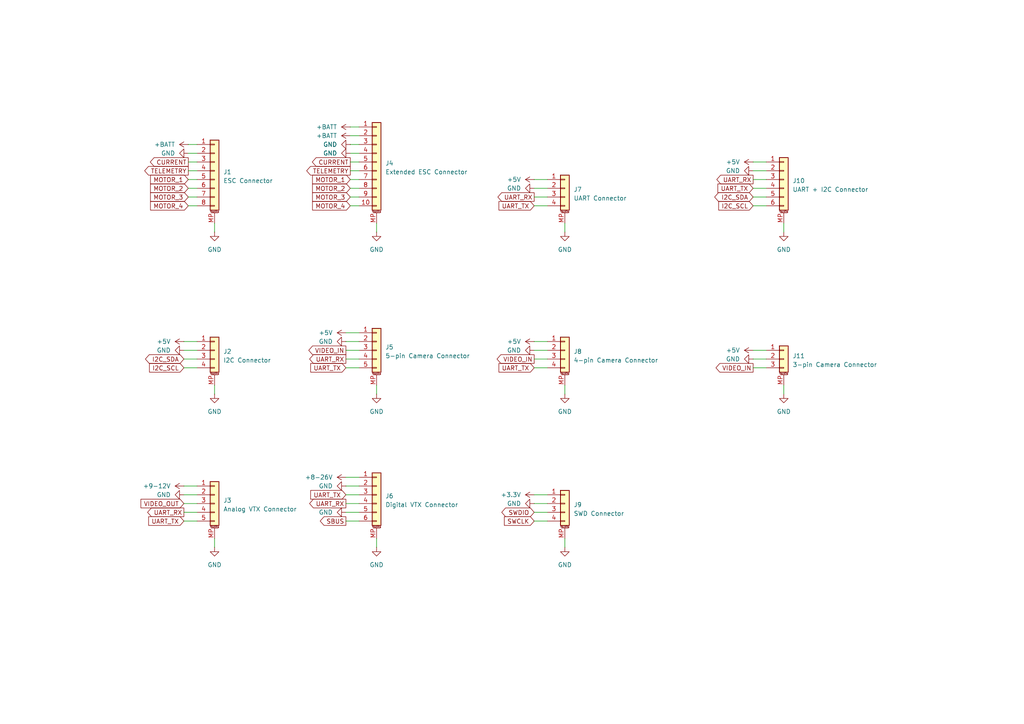
<source format=kicad_sch>
(kicad_sch (version 20250114) (generator "eeschema") (generator_version "9.0")
  (paper "A4")
  (title_block (title "Betaflight Connector Standard Reference") (date "2025-05-08") (rev "1") (company "Betaflight"))
  (lib_symbols
    (symbol "Connector_Generic_MountingPin:Conn_01x03_MountingPin" (pin_names (offset 1.016) (hide yes))
      (property "Reference" "J" (at 0 5.08 0))
      (property "Value" "Conn_01x03_MountingPin" (at 1.27 -5.08 0))
      (symbol "Conn_01x03_MountingPin_1_1"
        (rectangle (start -1.27 3.81) (end 1.27 -3.81) (stroke (width 0.254)) (fill (type background)))
        (rectangle (start -1.27 2.667) (end 0 2.413) (stroke (width 0.1524)))
        (rectangle (start -1.27 0.127) (end 0 -0.127) (stroke (width 0.1524)))
        (rectangle (start -1.27 -2.413) (end 0 -2.667) (stroke (width 0.1524)))
        (polyline (pts (xy -1.016 -4.572) (xy 1.016 -4.572)) (stroke (width 0.1524)))
        (text "Mounting" (at 0 -4.191 0) (effects (font (size 0.381 0.381))))
        (pin passive line (at -5.08 2.54 0) (length 3.81) (name "Pin_1") (number "1"))
        (pin passive line (at -5.08 0 0) (length 3.81) (name "Pin_2") (number "2"))
        (pin passive line (at -5.08 -2.54 0) (length 3.81) (name "Pin_3") (number "3"))
        (pin passive line (at 0 -7.62 90) (length 3.048) (name "MountPin") (number "MP"))
      )
    )
    (symbol "Connector_Generic_MountingPin:Conn_01x04_MountingPin" (pin_names (offset 1.016) (hide yes))
      (property "Reference" "J" (at 0 5.08 0))
      (property "Value" "Conn_01x04_MountingPin" (at 1.27 -7.62 0))
      (symbol "Conn_01x04_MountingPin_1_1"
        (rectangle (start -1.27 3.81) (end 1.27 -6.35) (stroke (width 0.254)) (fill (type background)))
        (rectangle (start -1.27 2.667) (end 0 2.413) (stroke (width 0.1524)))
        (rectangle (start -1.27 0.127) (end 0 -0.127) (stroke (width 0.1524)))
        (rectangle (start -1.27 -2.413) (end 0 -2.667) (stroke (width 0.1524)))
        (rectangle (start -1.27 -4.953) (end 0 -5.207) (stroke (width 0.1524)))
        (polyline (pts (xy -1.016 -7.112) (xy 1.016 -7.112)) (stroke (width 0.1524)))
        (text "Mounting" (at 0 -6.731 0) (effects (font (size 0.381 0.381))))
        (pin passive line (at -5.08 2.54 0) (length 3.81) (name "Pin_1") (number "1"))
        (pin passive line (at -5.08 0 0) (length 3.81) (name "Pin_2") (number "2"))
        (pin passive line (at -5.08 -2.54 0) (length 3.81) (name "Pin_3") (number "3"))
        (pin passive line (at -5.08 -5.08 0) (length 3.81) (name "Pin_4") (number "4"))
        (pin passive line (at 0 -10.16 90) (length 3.048) (name "MountPin") (number "MP"))
      )
    )
    (symbol "Connector_Generic_MountingPin:Conn_01x05_MountingPin" (pin_names (offset 1.016) (hide yes))
      (property "Reference" "J" (at 0 7.62 0))
      (property "Value" "Conn_01x05_MountingPin" (at 1.27 -7.62 0))
      (symbol "Conn_01x05_MountingPin_1_1"
        (rectangle (start -1.27 6.35) (end 1.27 -6.35) (stroke (width 0.254)) (fill (type background)))
        (rectangle (start -1.27 5.207) (end 0 4.953) (stroke (width 0.1524)))
        (rectangle (start -1.27 2.667) (end 0 2.413) (stroke (width 0.1524)))
        (rectangle (start -1.27 0.127) (end 0 -0.127) (stroke (width 0.1524)))
        (rectangle (start -1.27 -2.413) (end 0 -2.667) (stroke (width 0.1524)))
        (rectangle (start -1.27 -4.953) (end 0 -5.207) (stroke (width 0.1524)))
        (polyline (pts (xy -1.016 -7.112) (xy 1.016 -7.112)) (stroke (width 0.1524)))
        (text "Mounting" (at 0 -6.731 0) (effects (font (size 0.381 0.381))))
        (pin passive line (at -5.08 5.08 0) (length 3.81) (name "Pin_1") (number "1"))
        (pin passive line (at -5.08 2.54 0) (length 3.81) (name "Pin_2") (number "2"))
        (pin passive line (at -5.08 0 0) (length 3.81) (name "Pin_3") (number "3"))
        (pin passive line (at -5.08 -2.54 0) (length 3.81) (name "Pin_4") (number "4"))
        (pin passive line (at -5.08 -5.08 0) (length 3.81) (name "Pin_5") (number "5"))
        (pin passive line (at 0 -10.16 90) (length 3.048) (name "MountPin") (number "MP"))
      )
    )
    (symbol "Connector_Generic_MountingPin:Conn_01x06_MountingPin" (pin_names (offset 1.016) (hide yes))
      (property "Reference" "J" (at 0 7.62 0))
      (property "Value" "Conn_01x06_MountingPin" (at 1.27 -10.16 0))
      (symbol "Conn_01x06_MountingPin_1_1"
        (rectangle (start -1.27 6.35) (end 1.27 -8.89) (stroke (width 0.254)) (fill (type background)))
        (rectangle (start -1.27 5.207) (end 0 4.953) (stroke (width 0.1524)))
        (rectangle (start -1.27 2.667) (end 0 2.413) (stroke (width 0.1524)))
        (rectangle (start -1.27 0.127) (end 0 -0.127) (stroke (width 0.1524)))
        (rectangle (start -1.27 -2.413) (end 0 -2.667) (stroke (width 0.1524)))
        (rectangle (start -1.27 -4.953) (end 0 -5.207) (stroke (width 0.1524)))
        (rectangle (start -1.27 -7.493) (end 0 -7.747) (stroke (width 0.1524)))
        (polyline (pts (xy -1.016 -9.652) (xy 1.016 -9.652)) (stroke (width 0.1524)))
        (text "Mounting" (at 0 -9.271 0) (effects (font (size 0.381 0.381))))
        (pin passive line (at -5.08 5.08 0) (length 3.81) (name "Pin_1") (number "1"))
        (pin passive line (at -5.08 2.54 0) (length 3.81) (name "Pin_2") (number "2"))
        (pin passive line (at -5.08 0 0) (length 3.81) (name "Pin_3") (number "3"))
        (pin passive line (at -5.08 -2.54 0) (length 3.81) (name "Pin_4") (number "4"))
        (pin passive line (at -5.08 -5.08 0) (length 3.81) (name "Pin_5") (number "5"))
        (pin passive line (at -5.08 -7.62 0) (length 3.81) (name "Pin_6") (number "6"))
        (pin passive line (at 0 -12.7 90) (length 3.048) (name "MountPin") (number "MP"))
      )
    )
    (symbol "Connector_Generic_MountingPin:Conn_01x08_MountingPin" (pin_names (offset 1.016) (hide yes))
      (property "Reference" "J" (at 0 10.16 0))
      (property "Value" "Conn_01x08_MountingPin" (at 1.27 -12.7 0))
      (symbol "Conn_01x08_MountingPin_1_1"
        (rectangle (start -1.27 8.89) (end 1.27 -11.43) (stroke (width 0.254)) (fill (type background)))
        (rectangle (start -1.27 7.747) (end 0 7.493) (stroke (width 0.1524)))
        (rectangle (start -1.27 5.207) (end 0 4.953) (stroke (width 0.1524)))
        (rectangle (start -1.27 2.667) (end 0 2.413) (stroke (width 0.1524)))
        (rectangle (start -1.27 0.127) (end 0 -0.127) (stroke (width 0.1524)))
        (rectangle (start -1.27 -2.413) (end 0 -2.667) (stroke (width 0.1524)))
        (rectangle (start -1.27 -4.953) (end 0 -5.207) (stroke (width 0.1524)))
        (rectangle (start -1.27 -7.493) (end 0 -7.747) (stroke (width 0.1524)))
        (rectangle (start -1.27 -10.033) (end 0 -10.287) (stroke (width 0.1524)))
        (polyline (pts (xy -1.016 -12.192) (xy 1.016 -12.192)) (stroke (width 0.1524)))
        (text "Mounting" (at 0 -11.811 0) (effects (font (size 0.381 0.381))))
        (pin passive line (at -5.08 7.62 0) (length 3.81) (name "Pin_1") (number "1"))
        (pin passive line (at -5.08 5.08 0) (length 3.81) (name "Pin_2") (number "2"))
        (pin passive line (at -5.08 2.54 0) (length 3.81) (name "Pin_3") (number "3"))
        (pin passive line (at -5.08 0 0) (length 3.81) (name "Pin_4") (number "4"))
        (pin passive line (at -5.08 -2.54 0) (length 3.81) (name "Pin_5") (number "5"))
        (pin passive line (at -5.08 -5.08 0) (length 3.81) (name "Pin_6") (number "6"))
        (pin passive line (at -5.08 -7.62 0) (length 3.81) (name "Pin_7") (number "7"))
        (pin passive line (at -5.08 -10.16 0) (length 3.81) (name "Pin_8") (number "8"))
        (pin passive line (at 0 -15.24 90) (length 3.048) (name "MountPin") (number "MP"))
      )
    )
    (symbol "Connector_Generic_MountingPin:Conn_01x10_MountingPin" (pin_names (offset 1.016) (hide yes))
      (property "Reference" "J" (at 0 12.7 0))
      (property "Value" "Conn_01x10_MountingPin" (at 1.27 -15.24 0))
      (symbol "Conn_01x10_MountingPin_1_1"
        (rectangle (start -1.27 11.43) (end 1.27 -13.97) (stroke (width 0.254)) (fill (type background)))
        (rectangle (start -1.27 10.287) (end 0 10.033) (stroke (width 0.1524)))
        (rectangle (start -1.27 7.747) (end 0 7.493) (stroke (width 0.1524)))
        (rectangle (start -1.27 5.207) (end 0 4.953) (stroke (width 0.1524)))
        (rectangle (start -1.27 2.667) (end 0 2.413) (stroke (width 0.1524)))
        (rectangle (start -1.27 0.127) (end 0 -0.127) (stroke (width 0.1524)))
        (rectangle (start -1.27 -2.413) (end 0 -2.667) (stroke (width 0.1524)))
        (rectangle (start -1.27 -4.953) (end 0 -5.207) (stroke (width 0.1524)))
        (rectangle (start -1.27 -7.493) (end 0 -7.747) (stroke (width 0.1524)))
        (rectangle (start -1.27 -10.033) (end 0 -10.287) (stroke (width 0.1524)))
        (rectangle (start -1.27 -12.573) (end 0 -12.827) (stroke (width 0.1524)))
        (polyline (pts (xy -1.016 -14.732) (xy 1.016 -14.732)) (stroke (width 0.1524)))
        (text "Mounting" (at 0 -14.351 0) (effects (font (size 0.381 0.381))))
        (pin passive line (at -5.08 10.16 0) (length 3.81) (name "Pin_1") (number "1"))
        (pin passive line (at -5.08 7.62 0) (length 3.81) (name "Pin_2") (number "2"))
        (pin passive line (at -5.08 5.08 0) (length 3.81) (name "Pin_3") (number "3"))
        (pin passive line (at -5.08 2.54 0) (length 3.81) (name "Pin_4") (number "4"))
        (pin passive line (at -5.08 0 0) (length 3.81) (name "Pin_5") (number "5"))
        (pin passive line (at -5.08 -2.54 0) (length 3.81) (name "Pin_6") (number "6"))
        (pin passive line (at -5.08 -5.08 0) (length 3.81) (name "Pin_7") (number "7"))
        (pin passive line (at -5.08 -7.62 0) (length 3.81) (name "Pin_8") (number "8"))
        (pin passive line (at -5.08 -10.16 0) (length 3.81) (name "Pin_9") (number "9"))
        (pin passive line (at -5.08 -12.7 0) (length 3.81) (name "Pin_10") (number "10"))
        (pin passive line (at 0 -17.78 90) (length 3.048) (name "MountPin") (number "MP"))
      )
    )
    (symbol "power:+5V" (power) (pin_numbers (hide yes)) (pin_names (offset 0) (hide yes))
      (property "Value" "+5V" (at 0 3.556 0))
      (symbol "+5V_0_1"
        (polyline (pts (xy -0.762 1.27) (xy 0 2.54)))
        (polyline (pts (xy 0 2.54) (xy 0.762 1.27)))
        (polyline (pts (xy 0 0) (xy 0 2.54)))
      )
      (symbol "+5V_1_1"
        (pin power_in line (at 0 0 90) (length 0) (name "~") (number "1"))
      )
    )
    (symbol "power:+BATT" (power) (pin_numbers (hide yes)) (pin_names (offset 0) (hide yes))
      (property "Value" "+BATT" (at 0 3.556 0))
      (symbol "+BATT_0_1"
        (polyline (pts (xy -0.762 1.27) (xy 0 2.54)))
        (polyline (pts (xy 0 2.54) (xy 0.762 1.27)))
        (polyline (pts (xy 0 0) (xy 0 2.54)))
      )
      (symbol "+BATT_1_1"
        (pin power_in line (at 0 0 90) (length 0) (name "~") (number "1"))
      )
    )
    (symbol "power:GND" (power) (pin_numbers (hide yes)) (pin_names (offset 0) (hide yes))
      (property "Value" "GND" (at 0 -3.81 0))
      (symbol "GND_0_1"
        (polyline (pts (xy 0 0) (xy 0 -1.27) (xy 1.27 -1.27) (xy 0 -2.54) (xy -1.27 -1.27) (xy 0 -1.27)))
      )
      (symbol "GND_1_1"
        (pin power_in line (at 0 0 270) (length 0) (name "~") (number "1"))
      )
    )
  )
  (wire (pts (xy 109.22 111.76) (xy 109.22 114.3)))
  (wire (pts (xy 53.34 146.05) (xy 57.15 146.05)))
  (wire (pts (xy 54.61 59.69) (xy 57.15 59.69)))
  (wire (pts (xy 101.6 39.37) (xy 104.14 39.37)))
  (wire (pts (xy 101.6 44.45) (xy 104.14 44.45)))
  (wire (pts (xy 54.61 44.45) (xy 57.15 44.45)))
  (wire (pts (xy 54.61 57.15) (xy 57.15 57.15)))
  (wire (pts (xy 154.94 106.68) (xy 158.75 106.68)))
  (wire (pts (xy 53.34 151.13) (xy 57.15 151.13)))
  (wire (pts (xy 54.61 49.53) (xy 57.15 49.53)))
  (wire (pts (xy 163.83 156.21) (xy 163.83 158.75)))
  (wire (pts (xy 101.6 54.61) (xy 104.14 54.61)))
  (wire (pts (xy 101.6 41.91) (xy 104.14 41.91)))
  (wire (pts (xy 54.61 52.07) (xy 57.15 52.07)))
  (wire (pts (xy 101.6 49.53) (xy 104.14 49.53)))
  (wire (pts (xy 218.44 57.15) (xy 222.25 57.15)))
  (wire (pts (xy 101.6 59.69) (xy 104.14 59.69)))
  (wire (pts (xy 54.61 41.91) (xy 57.15 41.91)))
  (wire (pts (xy 101.6 57.15) (xy 104.14 57.15)))
  (wire (pts (xy 154.94 52.07) (xy 158.75 52.07)))
  (wire (pts (xy 100.33 143.51) (xy 104.14 143.51)))
  (wire (pts (xy 100.33 146.05) (xy 104.14 146.05)))
  (wire (pts (xy 154.94 57.15) (xy 158.75 57.15)))
  (wire (pts (xy 101.6 52.07) (xy 104.14 52.07)))
  (wire (pts (xy 100.33 138.43) (xy 104.14 138.43)))
  (wire (pts (xy 163.83 64.77) (xy 163.83 67.31)))
  (wire (pts (xy 218.44 46.99) (xy 222.25 46.99)))
  (wire (pts (xy 218.44 49.53) (xy 222.25 49.53)))
  (wire (pts (xy 218.44 106.68) (xy 222.25 106.68)))
  (wire (pts (xy 154.94 101.6) (xy 158.75 101.6)))
  (wire (pts (xy 62.23 156.21) (xy 62.23 158.75)))
  (wire (pts (xy 53.34 140.97) (xy 57.15 140.97)))
  (wire (pts (xy 54.61 54.61) (xy 57.15 54.61)))
  (wire (pts (xy 218.44 101.6) (xy 222.25 101.6)))
  (wire (pts (xy 163.83 111.76) (xy 163.83 114.3)))
  (wire (pts (xy 100.33 140.97) (xy 104.14 140.97)))
  (wire (pts (xy 100.33 96.52) (xy 104.14 96.52)))
  (wire (pts (xy 100.33 151.13) (xy 104.14 151.13)))
  (wire (pts (xy 100.33 104.14) (xy 104.14 104.14)))
  (wire (pts (xy 101.6 46.99) (xy 104.14 46.99)))
  (wire (pts (xy 154.94 99.06) (xy 158.75 99.06)))
  (wire (pts (xy 218.44 59.69) (xy 222.25 59.69)))
  (wire (pts (xy 100.33 101.6) (xy 104.14 101.6)))
  (wire (pts (xy 53.34 101.6) (xy 57.15 101.6)))
  (wire (pts (xy 53.34 148.59) (xy 57.15 148.59)))
  (wire (pts (xy 53.34 104.14) (xy 57.15 104.14)))
  (wire (pts (xy 100.33 148.59) (xy 104.14 148.59)))
  (wire (pts (xy 100.33 106.68) (xy 104.14 106.68)))
  (wire (pts (xy 53.34 143.51) (xy 57.15 143.51)))
  (wire (pts (xy 109.22 64.77) (xy 109.22 67.31)))
  (wire (pts (xy 227.33 111.76) (xy 227.33 114.3)))
  (wire (pts (xy 154.94 146.05) (xy 158.75 146.05)))
  (wire (pts (xy 218.44 104.14) (xy 222.25 104.14)))
  (wire (pts (xy 53.34 99.06) (xy 57.15 99.06)))
  (wire (pts (xy 154.94 151.13) (xy 158.75 151.13)))
  (wire (pts (xy 154.94 59.69) (xy 158.75 59.69)))
  (wire (pts (xy 154.94 104.14) (xy 158.75 104.14)))
  (wire (pts (xy 154.94 148.59) (xy 158.75 148.59)))
  (wire (pts (xy 154.94 143.51) (xy 158.75 143.51)))
  (wire (pts (xy 109.22 156.21) (xy 109.22 158.75)))
  (wire (pts (xy 218.44 54.61) (xy 222.25 54.61)))
  (wire (pts (xy 53.34 106.68) (xy 57.15 106.68)))
  (wire (pts (xy 101.6 36.83) (xy 104.14 36.83)))
  (wire (pts (xy 62.23 111.76) (xy 62.23 114.3)))
  (wire (pts (xy 54.61 46.99) (xy 57.15 46.99)))
  (wire (pts (xy 227.33 64.77) (xy 227.33 67.31)))
  (wire (pts (xy 100.33 99.06) (xy 104.14 99.06)))
  (wire (pts (xy 62.23 64.77) (xy 62.23 67.31)))
  (wire (pts (xy 154.94 54.61) (xy 158.75 54.61)))
  (wire (pts (xy 218.44 52.07) (xy 222.25 52.07)))
  (global_label "VIDEO_IN" (shape output) (at 100.33 101.6 180) (property "Intersheetrefs" "${INTERSHEET_REFS}" (effects (hide yes))))
  (global_label "UART_RX" (shape output) (at 154.94 57.15 180) (property "Intersheetrefs" "${INTERSHEET_REFS}" (effects (hide yes))))
  (global_label "UART_TX" (shape input) (at 100.33 143.51 180) (property "Intersheetrefs" "${INTERSHEET_REFS}" (effects (hide yes))))
  (global_label "UART_TX" (shape input) (at 218.44 54.61 180) (property "Intersheetrefs" "${INTERSHEET_REFS}" (effects (hide yes))))
  (global_label "UART_TX" (shape input) (at 154.94 106.68 180) (property "Intersheetrefs" "${INTERSHEET_REFS}" (effects (hide yes))))
  (global_label "I2C_SCL" (shape input) (at 218.44 59.69 180) (property "Intersheetrefs" "${INTERSHEET_REFS}" (effects (hide yes))))
  (global_label "VIDEO_IN" (shape output) (at 154.94 104.14 180) (property "Intersheetrefs" "${INTERSHEET_REFS}" (effects (hide yes))))
  (global_label "MOTOR_4" (shape input) (at 101.6 59.69 180) (property "Intersheetrefs" "${INTERSHEET_REFS}" (effects (hide yes))))
  (global_label "SBUS" (shape output) (at 100.33 151.13 180) (property "Intersheetrefs" "${INTERSHEET_REFS}" (effects (hide yes))))
  (global_label "SWCLK" (shape input) (at 154.94 151.13 180) (property "Intersheetrefs" "${INTERSHEET_REFS}" (effects (hide yes))))
  (global_label "SWDIO" (shape bidirectional) (at 154.94 148.59 180) (property "Intersheetrefs" "${INTERSHEET_REFS}" (effects (hide yes))))
  (global_label "VIDEO_IN" (shape output) (at 218.44 106.68 180) (property "Intersheetrefs" "${INTERSHEET_REFS}" (effects (hide yes))))
  (global_label "UART_TX" (shape input) (at 154.94 59.69 180) (property "Intersheetrefs" "${INTERSHEET_REFS}" (effects (hide yes))))
  (global_label "UART_RX" (shape output) (at 218.44 52.07 180) (property "Intersheetrefs" "${INTERSHEET_REFS}" (effects (hide yes))))
  (global_label "UART_RX" (shape output) (at 53.34 148.59 180) (property "Intersheetrefs" "${INTERSHEET_REFS}" (effects (hide yes))))
  (global_label "VIDEO_OUT" (shape input) (at 53.34 146.05 180) (property "Intersheetrefs" "${INTERSHEET_REFS}" (effects (hide yes))))
  (global_label "UART_TX" (shape input) (at 53.34 151.13 180) (property "Intersheetrefs" "${INTERSHEET_REFS}" (effects (hide yes))))
  (global_label "CURRENT" (shape output) (at 101.6 46.99 180) (property "Intersheetrefs" "${INTERSHEET_REFS}" (effects (hide yes))))
  (global_label "MOTOR_1" (shape input) (at 101.6 52.07 180) (property "Intersheetrefs" "${INTERSHEET_REFS}" (effects (hide yes))))
  (global_label "MOTOR_1" (shape input) (at 54.61 52.07 180) (property "Intersheetrefs" "${INTERSHEET_REFS}" (effects (hide yes))))
  (global_label "I2C_SCL" (shape input) (at 53.34 106.68 180) (property "Intersheetrefs" "${INTERSHEET_REFS}" (effects (hide yes))))
  (global_label "UART_RX" (shape output) (at 100.33 104.14 180) (property "Intersheetrefs" "${INTERSHEET_REFS}" (effects (hide yes))))
  (global_label "TELEMETRY" (shape output) (at 101.6 49.53 180) (property "Intersheetrefs" "${INTERSHEET_REFS}" (effects (hide yes))))
  (global_label "CURRENT" (shape output) (at 54.61 46.99 180) (property "Intersheetrefs" "${INTERSHEET_REFS}" (effects (hide yes))))
  (global_label "I2C_SDA" (shape bidirectional) (at 53.34 104.14 180) (property "Intersheetrefs" "${INTERSHEET_REFS}" (effects (hide yes))))
  (global_label "MOTOR_3" (shape input) (at 101.6 57.15 180) (property "Intersheetrefs" "${INTERSHEET_REFS}" (effects (hide yes))))
  (global_label "UART_TX" (shape input) (at 100.33 106.68 180) (property "Intersheetrefs" "${INTERSHEET_REFS}" (effects (hide yes))))
  (global_label "TELEMETRY" (shape output) (at 54.61 49.53 180) (property "Intersheetrefs" "${INTERSHEET_REFS}" (effects (hide yes))))
  (global_label "MOTOR_2" (shape input) (at 54.61 54.61 180) (property "Intersheetrefs" "${INTERSHEET_REFS}" (effects (hide yes))))
  (global_label "MOTOR_3" (shape input) (at 54.61 57.15 180) (property "Intersheetrefs" "${INTERSHEET_REFS}" (effects (hide yes))))
  (global_label "I2C_SDA" (shape bidirectional) (at 218.44 57.15 180) (property "Intersheetrefs" "${INTERSHEET_REFS}" (effects (hide yes))))
  (global_label "MOTOR_4" (shape input) (at 54.61 59.69 180) (property "Intersheetrefs" "${INTERSHEET_REFS}" (effects (hide yes))))
  (global_label "MOTOR_2" (shape input) (at 101.6 54.61 180) (property "Intersheetrefs" "${INTERSHEET_REFS}" (effects (hide yes))))
  (global_label "UART_RX" (shape output) (at 100.33 146.05 180) (property "Intersheetrefs" "${INTERSHEET_REFS}" (effects (hide yes))))
  (symbol (lib_id "Connector_Generic_MountingPin:Conn_01x08_MountingPin") (at 62.23 49.53 0) (unit 1)
    (property "Reference" "J1" (at 64.77 49.8855 0) (effects (justify left)))
    (property "Value" "ESC Connector" (at 64.77 52.4255 0) (effects (justify left)))
    (property "Footprint" "Connector_JST:JST_SH_SM08B-SRSS-TB_1x08-1MP_P1.00mm_Horizontal" (effects (hide yes)))
    (property "Description" "Generic connectable mounting pin connector, single row, 01x08, script generated (kicad-library-utils/schlib/autogen/connector/)" (effects (hide yes)))
  )
  (symbol (lib_id "power:GND") (at 218.44 49.53 270) (unit 1)
    (property "Reference" "#PWR032" (effects (hide yes)))
    (property "Value" "GND" (at 214.63 49.5299 90) (effects (justify right)))
    (property "Description" "Power symbol creates a global label with name \"GND\" , ground" (effects (hide yes)))
  )
  (symbol (lib_id "power:GND") (at 54.61 44.45 270) (unit 1)
    (property "Reference" "#PWR06" (effects (hide yes)))
    (property "Value" "GND" (at 50.8 44.4499 90) (effects (justify right)))
    (property "Description" "Power symbol creates a global label with name \"GND\" , ground" (effects (hide yes)))
  )
  (symbol (lib_id "power:GND") (at 101.6 44.45 270) (unit 1)
    (property "Reference" "#PWR018" (effects (hide yes)))
    (property "Value" "GND" (at 97.79 44.4499 90) (effects (justify right)))
    (property "Description" "Power symbol creates a global label with name \"GND\" , ground" (effects (hide yes)))
  )
  (symbol (lib_id "power:GND") (at 218.44 104.14 270) (unit 1)
    (property "Reference" "#PWR034" (effects (hide yes)))
    (property "Value" "GND" (at 214.63 104.1399 90) (effects (justify right)))
    (property "Description" "Power symbol creates a global label with name \"GND\" , ground" (effects (hide yes)))
  )
  (symbol (lib_id "power:+BATT") (at 101.6 36.83 90) (unit 1)
    (property "Reference" "#PWR015" (effects (hide yes)))
    (property "Value" "+BATT" (at 97.79 36.8299 90) (effects (justify left)))
    (property "Description" "Power symbol creates a global label with name \"+BATT\"" (effects (hide yes)))
  )
  (symbol (lib_id "power:GND") (at 53.34 101.6 270) (unit 1)
    (property "Reference" "#PWR02" (effects (hide yes)))
    (property "Value" "GND" (at 49.53 101.5999 90) (effects (justify right)))
    (property "Description" "Power symbol creates a global label with name \"GND\" , ground" (effects (hide yes)))
  )
  (symbol (lib_id "power:GND") (at 62.23 114.3 0) (unit 1)
    (property "Reference" "#PWR08" (effects (hide yes)))
    (property "Value" "GND" (at 62.23 119.38 0))
    (property "Description" "Power symbol creates a global label with name \"GND\" , ground" (effects (hide yes)))
  )
  (symbol (lib_id "Connector_Generic_MountingPin:Conn_01x04_MountingPin") (at 62.23 101.6 0) (unit 1)
    (property "Reference" "J2" (at 64.77 101.9555 0) (effects (justify left)))
    (property "Value" "I2C Connector" (at 64.77 104.4955 0) (effects (justify left)))
    (property "Footprint" "Connector_JST:JST_SH_SM04B-SRSS-TB_1x04-1MP_P1.00mm_Horizontal" (effects (hide yes)))
    (property "Description" "Generic connectable mounting pin connector, single row, 01x04, script generated (kicad-library-utils/schlib/autogen/connector/)" (effects (hide yes)))
  )
  (symbol (lib_id "power:GND") (at 101.6 41.91 270) (unit 1)
    (property "Reference" "#PWR017" (effects (hide yes)))
    (property "Value" "GND" (at 97.79 41.9099 90) (effects (justify right)))
    (property "Description" "Power symbol creates a global label with name \"GND\" , ground" (effects (hide yes)))
  )
  (symbol (lib_id "power:GND") (at 163.83 67.31 0) (unit 1)
    (property "Reference" "#PWR028" (effects (hide yes)))
    (property "Value" "GND" (at 163.83 72.39 0))
    (property "Description" "Power symbol creates a global label with name \"GND\" , ground" (effects (hide yes)))
  )
  (symbol (lib_id "power:GND") (at 227.33 114.3 0) (unit 1)
    (property "Reference" "#PWR036" (effects (hide yes)))
    (property "Value" "GND" (at 227.33 119.38 0))
    (property "Description" "Power symbol creates a global label with name \"GND\" , ground" (effects (hide yes)))
  )
  (symbol (lib_id "power:+5V") (at 53.34 99.06 90) (unit 1)
    (property "Reference" "#PWR01" (effects (hide yes)))
    (property "Value" "+5V" (at 49.53 99.0599 90) (effects (justify left)))
    (property "Description" "Power symbol creates a global label with name \"+5V\"" (effects (hide yes)))
  )
  (symbol (lib_id "power:GND") (at 154.94 54.61 270) (unit 1)
    (property "Reference" "#PWR023" (effects (hide yes)))
    (property "Value" "GND" (at 151.13 54.6099 90) (effects (justify right)))
    (property "Description" "Power symbol creates a global label with name \"GND\" , ground" (effects (hide yes)))
  )
  (symbol (lib_id "power:+5V") (at 53.34 140.97 90) (unit 1)
    (property "Reference" "#PWR03" (effects (hide yes)))
    (property "Value" "+9-12V" (at 49.53 140.9699 90) (effects (justify left)))
    (property "Description" "Power symbol creates a global label with name \"+5V\"" (effects (hide yes)))
  )
  (symbol (lib_id "power:+5V") (at 218.44 46.99 90) (unit 1)
    (property "Reference" "#PWR031" (effects (hide yes)))
    (property "Value" "+5V" (at 214.63 46.9899 90) (effects (justify left)))
    (property "Description" "Power symbol creates a global label with name \"+5V\"" (effects (hide yes)))
  )
  (symbol (lib_id "Connector_Generic_MountingPin:Conn_01x05_MountingPin") (at 109.22 101.6 0) (unit 1)
    (property "Reference" "J5" (at 111.76 100.6855 0) (effects (justify left)))
    (property "Value" "5-pin Camera Connector" (at 111.76 103.2255 0) (effects (justify left)))
    (property "Footprint" "Connector_JST:JST_SH_SM05B-SRSS-TB_1x05-1MP_P1.00mm_Horizontal" (effects (hide yes)))
    (property "Description" "Generic connectable mounting pin connector, single row, 01x05, script generated (kicad-library-utils/schlib/autogen/connector/)" (effects (hide yes)))
  )
  (symbol (lib_id "power:+BATT") (at 54.61 41.91 90) (unit 1)
    (property "Reference" "#PWR05" (effects (hide yes)))
    (property "Value" "+BATT" (at 50.8 41.9099 90) (effects (justify left)))
    (property "Description" "Power symbol creates a global label with name \"+BATT\"" (effects (hide yes)))
  )
  (symbol (lib_id "power:GND") (at 109.22 158.75 0) (unit 1)
    (property "Reference" "#PWR021" (effects (hide yes)))
    (property "Value" "GND" (at 109.22 163.83 0))
    (property "Description" "Power symbol creates a global label with name \"GND\" , ground" (effects (hide yes)))
  )
  (symbol (lib_id "power:+5V") (at 100.33 138.43 90) (unit 1)
    (property "Reference" "#PWR012" (effects (hide yes)))
    (property "Value" "+8-26V" (at 96.52 138.4299 90) (effects (justify left)))
    (property "Description" "Power symbol creates a global label with name \"+5V\"" (effects (hide yes)))
  )
  (symbol (lib_id "Connector_Generic_MountingPin:Conn_01x05_MountingPin") (at 62.23 146.05 0) (unit 1)
    (property "Reference" "J3" (at 64.77 145.1355 0) (effects (justify left)))
    (property "Value" "Analog VTX Connector" (at 64.77 147.6755 0) (effects (justify left)))
    (property "Footprint" "Connector_JST:JST_SH_SM05B-SRSS-TB_1x05-1MP_P1.00mm_Horizontal" (effects (hide yes)))
    (property "Description" "Generic connectable mounting pin connector, single row, 01x05, script generated (kicad-library-utils/schlib/autogen/connector/)" (effects (hide yes)))
  )
  (symbol (lib_id "power:GND") (at 100.33 140.97 270) (unit 1)
    (property "Reference" "#PWR013" (effects (hide yes)))
    (property "Value" "GND" (at 96.52 140.9699 90) (effects (justify right)))
    (property "Description" "Power symbol creates a global label with name \"GND\" , ground" (effects (hide yes)))
  )
  (symbol (lib_id "power:GND") (at 100.33 148.59 270) (unit 1)
    (property "Reference" "#PWR014" (effects (hide yes)))
    (property "Value" "GND" (at 96.52 148.5899 90) (effects (justify right)))
    (property "Description" "Power symbol creates a global label with name \"GND\" , ground" (effects (hide yes)))
  )
  (symbol (lib_id "Connector_Generic_MountingPin:Conn_01x06_MountingPin") (at 109.22 143.51 0) (unit 1)
    (property "Reference" "J6" (at 111.76 143.8655 0) (effects (justify left)))
    (property "Value" "Digital VTX Connector" (at 111.76 146.4055 0) (effects (justify left)))
    (property "Footprint" "Connector_JST:JST_SH_SM06B-SRSS-TB_1x06-1MP_P1.00mm_Horizontal" (effects (hide yes)))
    (property "Description" "Generic connectable mounting pin connector, single row, 01x06, script generated (kicad-library-utils/schlib/autogen/connector/)" (effects (hide yes)))
  )
  (symbol (lib_id "Connector_Generic_MountingPin:Conn_01x04_MountingPin") (at 163.83 54.61 0) (unit 1)
    (property "Reference" "J7" (at 166.37 54.9655 0) (effects (justify left)))
    (property "Value" "UART Connector" (at 166.37 57.5055 0) (effects (justify left)))
    (property "Footprint" "Connector_JST:JST_SH_SM04B-SRSS-TB_1x04-1MP_P1.00mm_Horizontal" (effects (hide yes)))
    (property "Description" "Generic connectable mounting pin connector, single row, 01x04, script generated (kicad-library-utils/schlib/autogen/connector/)" (effects (hide yes)))
  )
  (symbol (lib_id "power:GND") (at 62.23 67.31 0) (unit 1)
    (property "Reference" "#PWR07" (effects (hide yes)))
    (property "Value" "GND" (at 62.23 72.39 0))
    (property "Description" "Power symbol creates a global label with name \"GND\" , ground" (effects (hide yes)))
  )
  (symbol (lib_id "power:+5V") (at 154.94 52.07 90) (unit 1)
    (property "Reference" "#PWR022" (effects (hide yes)))
    (property "Value" "+5V" (at 151.13 52.0699 90) (effects (justify left)))
    (property "Description" "Power symbol creates a global label with name \"+5V\"" (effects (hide yes)))
  )
  (symbol (lib_id "power:GND") (at 154.94 146.05 270) (unit 1)
    (property "Reference" "#PWR027" (effects (hide yes)))
    (property "Value" "GND" (at 151.13 146.0499 90) (effects (justify right)))
    (property "Description" "Power symbol creates a global label with name \"GND\" , ground" (effects (hide yes)))
  )
  (symbol (lib_id "Connector_Generic_MountingPin:Conn_01x04_MountingPin") (at 163.83 146.05 0) (unit 1)
    (property "Reference" "J9" (at 166.37 146.4055 0) (effects (justify left)))
    (property "Value" "SWD Connector" (at 166.37 148.9455 0) (effects (justify left)))
    (property "Footprint" "Connector_JST:JST_SH_SM04B-SRSS-TB_1x04-1MP_P1.00mm_Horizontal" (effects (hide yes)))
    (property "Description" "Generic connectable mounting pin connector, single row, 01x04, script generated (kicad-library-utils/schlib/autogen/connector/)" (effects (hide yes)))
  )
  (symbol (lib_id "Connector_Generic_MountingPin:Conn_01x10_MountingPin") (at 109.22 46.99 0) (unit 1)
    (property "Reference" "J4" (at 111.76 47.3455 0) (effects (justify left)))
    (property "Value" "Extended ESC Connector" (at 111.76 49.8855 0) (effects (justify left)))
    (property "Footprint" "Connector_JST:JST_SH_SM10B-SRSS-TB_1x10-1MP_P1.00mm_Horizontal" (effects (hide yes)))
    (property "Description" "Generic connectable mounting pin connector, single row, 01x10, script generated (kicad-library-utils/schlib/autogen/connector/)" (effects (hide yes)))
  )
  (symbol (lib_id "power:GND") (at 62.23 158.75 0) (unit 1)
    (property "Reference" "#PWR09" (effects (hide yes)))
    (property "Value" "GND" (at 62.23 163.83 0))
    (property "Description" "Power symbol creates a global label with name \"GND\" , ground" (effects (hide yes)))
  )
  (symbol (lib_id "power:GND") (at 163.83 114.3 0) (unit 1)
    (property "Reference" "#PWR029" (effects (hide yes)))
    (property "Value" "GND" (at 163.83 119.38 0))
    (property "Description" "Power symbol creates a global label with name \"GND\" , ground" (effects (hide yes)))
  )
  (symbol (lib_id "power:GND") (at 53.34 143.51 270) (unit 1)
    (property "Reference" "#PWR04" (effects (hide yes)))
    (property "Value" "GND" (at 49.53 143.5099 90) (effects (justify right)))
    (property "Description" "Power symbol creates a global label with name \"GND\" , ground" (effects (hide yes)))
  )
  (symbol (lib_id "power:GND") (at 154.94 101.6 270) (unit 1)
    (property "Reference" "#PWR025" (effects (hide yes)))
    (property "Value" "GND" (at 151.13 101.5999 90) (effects (justify right)))
    (property "Description" "Power symbol creates a global label with name \"GND\" , ground" (effects (hide yes)))
  )
  (symbol (lib_id "Connector_Generic_MountingPin:Conn_01x03_MountingPin") (at 227.33 104.14 0) (unit 1)
    (property "Reference" "J11" (at 229.87 103.2256 0) (effects (justify left)))
    (property "Value" "3-pin Camera Connector" (at 229.87 105.7656 0) (effects (justify left)))
    (property "Footprint" "Connector_JST:JST_SH_SM03B-SRSS-TB_1x03-1MP_P1.00mm_Horizontal" (effects (hide yes)))
    (property "Description" "Generic connectable mounting pin connector, single row, 01x03, script generated (kicad-library-utils/schlib/autogen/connector/)" (effects (hide yes)))
  )
  (symbol (lib_id "power:+BATT") (at 101.6 39.37 90) (unit 1)
    (property "Reference" "#PWR016" (effects (hide yes)))
    (property "Value" "+BATT" (at 97.79 39.3699 90) (effects (justify left)))
    (property "Description" "Power symbol creates a global label with name \"+BATT\"" (effects (hide yes)))
  )
  (symbol (lib_id "power:+5V") (at 154.94 99.06 90) (unit 1)
    (property "Reference" "#PWR024" (effects (hide yes)))
    (property "Value" "+5V" (at 151.13 99.0599 90) (effects (justify left)))
    (property "Description" "Power symbol creates a global label with name \"+5V\"" (effects (hide yes)))
  )
  (symbol (lib_id "power:+5V") (at 100.33 96.52 90) (unit 1)
    (property "Reference" "#PWR010" (effects (hide yes)))
    (property "Value" "+5V" (at 96.52 96.5199 90) (effects (justify left)))
    (property "Description" "Power symbol creates a global label with name \"+5V\"" (effects (hide yes)))
  )
  (symbol (lib_id "power:GND") (at 227.33 67.31 0) (unit 1)
    (property "Reference" "#PWR035" (effects (hide yes)))
    (property "Value" "GND" (at 227.33 72.39 0))
    (property "Description" "Power symbol creates a global label with name \"GND\" , ground" (effects (hide yes)))
  )
  (symbol (lib_id "Connector_Generic_MountingPin:Conn_01x06_MountingPin") (at 227.33 52.07 0) (unit 1)
    (property "Reference" "J10" (at 229.87 52.4255 0) (effects (justify left)))
    (property "Value" "UART + I2C Connector" (at 229.87 54.9655 0) (effects (justify left)))
    (property "Footprint" "Connector_JST:JST_SH_SM06B-SRSS-TB_1x06-1MP_P1.00mm_Horizontal" (effects (hide yes)))
    (property "Description" "Generic connectable mounting pin connector, single row, 01x06, script generated (kicad-library-utils/schlib/autogen/connector/)" (effects (hide yes)))
  )
  (symbol (lib_id "Connector_Generic_MountingPin:Conn_01x04_MountingPin") (at 163.83 101.6 0) (unit 1)
    (property "Reference" "J8" (at 166.37 101.9555 0) (effects (justify left)))
    (property "Value" "4-pin Camera Connector" (at 166.37 104.4955 0) (effects (justify left)))
    (property "Footprint" "Connector_JST:JST_SH_SM04B-SRSS-TB_1x04-1MP_P1.00mm_Horizontal" (effects (hide yes)))
    (property "Description" "Generic connectable mounting pin connector, single row, 01x04, script generated (kicad-library-utils/schlib/autogen/connector/)" (effects (hide yes)))
  )
  (symbol (lib_id "power:GND") (at 109.22 67.31 0) (unit 1)
    (property "Reference" "#PWR019" (effects (hide yes)))
    (property "Value" "GND" (at 109.22 72.39 0))
    (property "Description" "Power symbol creates a global label with name \"GND\" , ground" (effects (hide yes)))
  )
  (symbol (lib_id "power:+5V") (at 218.44 101.6 90) (unit 1)
    (property "Reference" "#PWR033" (effects (hide yes)))
    (property "Value" "+5V" (at 214.63 101.5999 90) (effects (justify left)))
    (property "Description" "Power symbol creates a global label with name \"+5V\"" (effects (hide yes)))
  )
  (symbol (lib_id "power:GND") (at 109.22 114.3 0) (unit 1)
    (property "Reference" "#PWR020" (effects (hide yes)))
    (property "Value" "GND" (at 109.22 119.38 0))
    (property "Description" "Power symbol creates a global label with name \"GND\" , ground" (effects (hide yes)))
  )
  (symbol (lib_id "power:GND") (at 100.33 99.06 270) (unit 1)
    (property "Reference" "#PWR011" (effects (hide yes)))
    (property "Value" "GND" (at 96.52 99.0599 90) (effects (justify right)))
    (property "Description" "Power symbol creates a global label with name \"GND\" , ground" (effects (hide yes)))
  )
  (symbol (lib_id "power:+5V") (at 154.94 143.51 90) (unit 1)
    (property "Reference" "#PWR026" (effects (hide yes)))
    (property "Value" "+3.3V" (at 151.13 143.5099 90) (effects (justify left)))
    (property "Description" "Power symbol creates a global label with name \"+5V\"" (effects (hide yes)))
  )
  (symbol (lib_id "power:GND") (at 163.83 158.75 0) (unit 1)
    (property "Reference" "#PWR030" (effects (hide yes)))
    (property "Value" "GND" (at 163.83 163.83 0))
    (property "Description" "Power symbol creates a global label with name \"GND\" , ground" (effects (hide yes)))
  )
)
</source>
